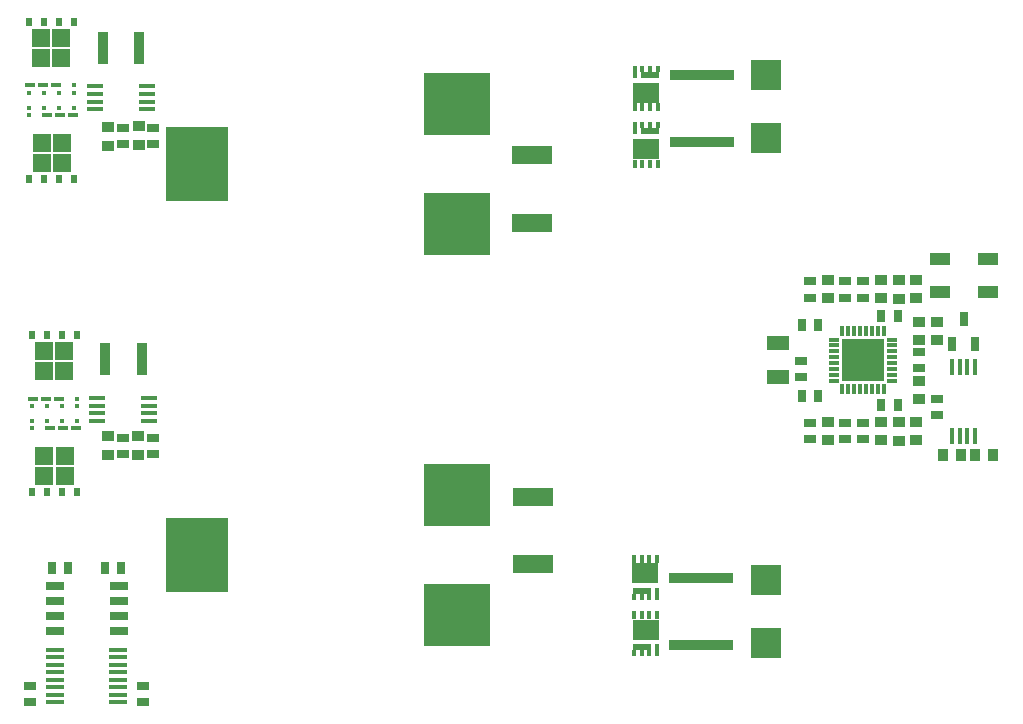
<source format=gtp>
G04*
G04 #@! TF.GenerationSoftware,Altium Limited,Altium Designer,22.9.1 (49)*
G04*
G04 Layer_Color=8421504*
%FSLAX25Y25*%
%MOIN*%
G70*
G04*
G04 #@! TF.SameCoordinates,31D07EA8-2EF4-44A7-A807-3D2BB65C9B75*
G04*
G04*
G04 #@! TF.FilePolarity,Positive*
G04*
G01*
G75*
%ADD15R,0.03543X0.01772*%
%ADD16R,0.03543X0.01772*%
%ADD17R,0.01575X0.01772*%
%ADD18R,0.01575X0.01378*%
%ADD19R,0.05906X0.05906*%
%ADD20R,0.01968X0.02953*%
%ADD21R,0.20787X0.25000*%
%ADD22R,0.22008X0.20984*%
%ADD23R,0.03071X0.03858*%
%ADD24R,0.01339X0.01968*%
%ADD25R,0.01339X0.03937*%
%ADD26R,0.01339X0.03150*%
%ADD27R,0.09016X0.06732*%
%ADD28R,0.06457X0.01968*%
%ADD29R,0.07165X0.04016*%
%ADD30R,0.05610X0.01772*%
%ADD31R,0.03937X0.03740*%
%ADD32R,0.03858X0.03071*%
%ADD33R,0.03622X0.11102*%
%ADD34R,0.01772X0.05807*%
%ADD35R,0.03937X0.03347*%
%ADD36R,0.02559X0.04921*%
%ADD37R,0.13976X0.13976*%
%ADD38R,0.01181X0.03347*%
%ADD39R,0.03347X0.01181*%
%ADD40R,0.07717X0.05039*%
%ADD41R,0.03347X0.03937*%
%ADD42R,0.05906X0.01713*%
%ADD43R,0.09843X0.10080*%
%ADD44R,0.21299X0.03189*%
%ADD45R,0.13386X0.06496*%
%ADD46R,0.06004X0.02559*%
D15*
X75197Y199724D02*
D03*
X70866Y199724D02*
D03*
X65098Y209695D02*
D03*
X60768D02*
D03*
X66083Y105295D02*
D03*
X61752Y105295D02*
D03*
X76181Y95393D02*
D03*
X71851Y95393D02*
D03*
D16*
X66535Y199724D02*
D03*
X69429Y209695D02*
D03*
X70413Y105295D02*
D03*
X67520Y95393D02*
D03*
D17*
X60551Y199724D02*
D03*
X75413Y209695D02*
D03*
X76398Y105295D02*
D03*
X61536Y95394D02*
D03*
D18*
X60552Y202085D02*
D03*
X65552D02*
D03*
X70552D02*
D03*
X75551D02*
D03*
X60413Y207333D02*
D03*
X65413D02*
D03*
X70413D02*
D03*
X75413D02*
D03*
X61398Y102933D02*
D03*
X66398D02*
D03*
X71398D02*
D03*
X76398D02*
D03*
X61535Y97756D02*
D03*
X66535D02*
D03*
X71535D02*
D03*
X76535D02*
D03*
D19*
X64705Y183957D02*
D03*
X71398D02*
D03*
X64705Y190650D02*
D03*
X71398D02*
D03*
X64567Y218770D02*
D03*
X71260D02*
D03*
X64567Y225463D02*
D03*
X71260D02*
D03*
X65551Y114370D02*
D03*
X72244D02*
D03*
X65551Y121063D02*
D03*
X72244D02*
D03*
X65689Y79626D02*
D03*
X72382D02*
D03*
X65689Y86319D02*
D03*
X72382D02*
D03*
D20*
X60551Y178425D02*
D03*
X65551D02*
D03*
X70551D02*
D03*
X75551D02*
D03*
X60413Y230995D02*
D03*
X65413D02*
D03*
X70413D02*
D03*
X75413D02*
D03*
X61398Y126594D02*
D03*
X66398D02*
D03*
X71398D02*
D03*
X76398D02*
D03*
X61535Y74095D02*
D03*
X66535D02*
D03*
X71535D02*
D03*
X76535D02*
D03*
D21*
X116457Y53150D02*
D03*
Y183465D02*
D03*
D22*
X203366Y33169D02*
D03*
Y73150D02*
D03*
Y163484D02*
D03*
Y203465D02*
D03*
D23*
X68110Y48819D02*
D03*
X73622D02*
D03*
X350197Y132874D02*
D03*
X344685D02*
D03*
X323622Y106299D02*
D03*
X318110D02*
D03*
X323622Y129921D02*
D03*
X318110D02*
D03*
X350197Y103347D02*
D03*
X344685D02*
D03*
X85827Y48819D02*
D03*
X91339D02*
D03*
D24*
X270079Y196457D02*
D03*
X267520D02*
D03*
X264961D02*
D03*
X267323Y20472D02*
D03*
X264764D02*
D03*
X262205D02*
D03*
X270079Y215158D02*
D03*
X267520D02*
D03*
X264961D02*
D03*
X262184Y39209D02*
D03*
X264743D02*
D03*
X267302D02*
D03*
D25*
X262402Y195472D02*
D03*
X269882Y21457D02*
D03*
X262402Y214173D02*
D03*
X269861Y40193D02*
D03*
D26*
X262402Y183661D02*
D03*
X264961D02*
D03*
X267520D02*
D03*
X270079D02*
D03*
X262205Y33268D02*
D03*
X264764D02*
D03*
X267323D02*
D03*
X269882D02*
D03*
X262402Y202362D02*
D03*
X264961D02*
D03*
X267520D02*
D03*
X270079D02*
D03*
X269861Y52004D02*
D03*
X267302D02*
D03*
X264743D02*
D03*
X262184D02*
D03*
D27*
X266240Y188602D02*
D03*
X266043Y28327D02*
D03*
X266240Y207303D02*
D03*
X266022Y47063D02*
D03*
D28*
X267520Y194488D02*
D03*
X264764Y22441D02*
D03*
X267520Y213189D02*
D03*
X264743Y41177D02*
D03*
D29*
X380315Y140945D02*
D03*
Y151969D02*
D03*
X364173D02*
D03*
Y140945D02*
D03*
D30*
X82571Y209429D02*
D03*
Y206870D02*
D03*
Y204311D02*
D03*
Y201752D02*
D03*
X99988D02*
D03*
Y204311D02*
D03*
Y206870D02*
D03*
Y209429D02*
D03*
X100697Y105512D02*
D03*
Y102953D02*
D03*
Y100394D02*
D03*
Y97835D02*
D03*
X83280D02*
D03*
Y100394D02*
D03*
Y102953D02*
D03*
Y105512D02*
D03*
D31*
X86949Y189646D02*
D03*
Y195945D02*
D03*
X97047Y196063D02*
D03*
Y189764D02*
D03*
X350394Y138583D02*
D03*
Y144882D02*
D03*
X350394Y91339D02*
D03*
Y97638D02*
D03*
X87008Y92716D02*
D03*
Y86417D02*
D03*
X96850D02*
D03*
Y92716D02*
D03*
D32*
X91870Y195551D02*
D03*
Y190039D02*
D03*
X101969Y195669D02*
D03*
Y190157D02*
D03*
X363189Y105315D02*
D03*
Y99803D02*
D03*
X332677Y144488D02*
D03*
Y138976D02*
D03*
X338583Y144488D02*
D03*
Y138976D02*
D03*
X317913Y112402D02*
D03*
Y117913D02*
D03*
X320866Y97244D02*
D03*
Y91732D02*
D03*
X338583D02*
D03*
Y97244D02*
D03*
X357283Y115354D02*
D03*
Y120866D02*
D03*
X332677Y91732D02*
D03*
Y97244D02*
D03*
X320866Y138976D02*
D03*
Y144488D02*
D03*
X61024Y4134D02*
D03*
Y9646D02*
D03*
X98425D02*
D03*
Y4134D02*
D03*
X91929Y86811D02*
D03*
Y92323D02*
D03*
X101772Y86811D02*
D03*
Y92323D02*
D03*
D33*
X85216Y222323D02*
D03*
X97342D02*
D03*
X98051Y118405D02*
D03*
X85925D02*
D03*
D34*
X375886Y92764D02*
D03*
X373327D02*
D03*
X370768D02*
D03*
X368209D02*
D03*
Y115898D02*
D03*
X370768D02*
D03*
X373327D02*
D03*
X375886D02*
D03*
D35*
X363189Y130905D02*
D03*
Y125000D02*
D03*
X356299Y138779D02*
D03*
Y144685D02*
D03*
X344488Y138779D02*
D03*
Y144685D02*
D03*
X357283Y130905D02*
D03*
Y125000D02*
D03*
X326772Y91535D02*
D03*
Y97441D02*
D03*
X344488Y91535D02*
D03*
Y97441D02*
D03*
X357283Y105315D02*
D03*
Y111221D02*
D03*
X356299Y97441D02*
D03*
Y91535D02*
D03*
X326772Y144685D02*
D03*
Y138779D02*
D03*
D36*
X372047Y131890D02*
D03*
X375787Y123622D02*
D03*
X368307D02*
D03*
D37*
X338583Y118110D02*
D03*
D38*
X345472Y108465D02*
D03*
X343504D02*
D03*
X341535D02*
D03*
X339567D02*
D03*
X337598D02*
D03*
X335630D02*
D03*
X333661D02*
D03*
X331693D02*
D03*
Y127756D02*
D03*
X333661D02*
D03*
X335630D02*
D03*
X337598D02*
D03*
X339567D02*
D03*
X341535D02*
D03*
X343504D02*
D03*
X345472D02*
D03*
D39*
X328937Y111221D02*
D03*
Y113189D02*
D03*
Y115157D02*
D03*
Y117126D02*
D03*
Y119095D02*
D03*
Y121063D02*
D03*
Y123031D02*
D03*
Y125000D02*
D03*
X348228D02*
D03*
Y123031D02*
D03*
Y121063D02*
D03*
Y119095D02*
D03*
Y117126D02*
D03*
Y115157D02*
D03*
Y113189D02*
D03*
Y111221D02*
D03*
D40*
X310039Y112520D02*
D03*
Y123701D02*
D03*
D41*
X381890Y86614D02*
D03*
X375984D02*
D03*
X365158D02*
D03*
X371063D02*
D03*
D42*
X90354Y21543D02*
D03*
Y19047D02*
D03*
Y16543D02*
D03*
Y14047D02*
D03*
Y11543D02*
D03*
Y9047D02*
D03*
Y6543D02*
D03*
Y4047D02*
D03*
X69095D02*
D03*
Y6543D02*
D03*
Y9047D02*
D03*
Y11543D02*
D03*
Y14047D02*
D03*
Y16543D02*
D03*
Y19047D02*
D03*
Y21543D02*
D03*
D43*
X306102Y213276D02*
D03*
Y192236D02*
D03*
Y23928D02*
D03*
Y44969D02*
D03*
D44*
X284842Y190748D02*
D03*
Y213189D02*
D03*
X284625Y23067D02*
D03*
Y45508D02*
D03*
D45*
X228543Y50098D02*
D03*
Y72539D02*
D03*
X228346Y163976D02*
D03*
Y186417D02*
D03*
D46*
X69047Y42933D02*
D03*
Y37933D02*
D03*
Y32933D02*
D03*
Y27933D02*
D03*
X90402D02*
D03*
Y32933D02*
D03*
Y37933D02*
D03*
Y42933D02*
D03*
M02*

</source>
